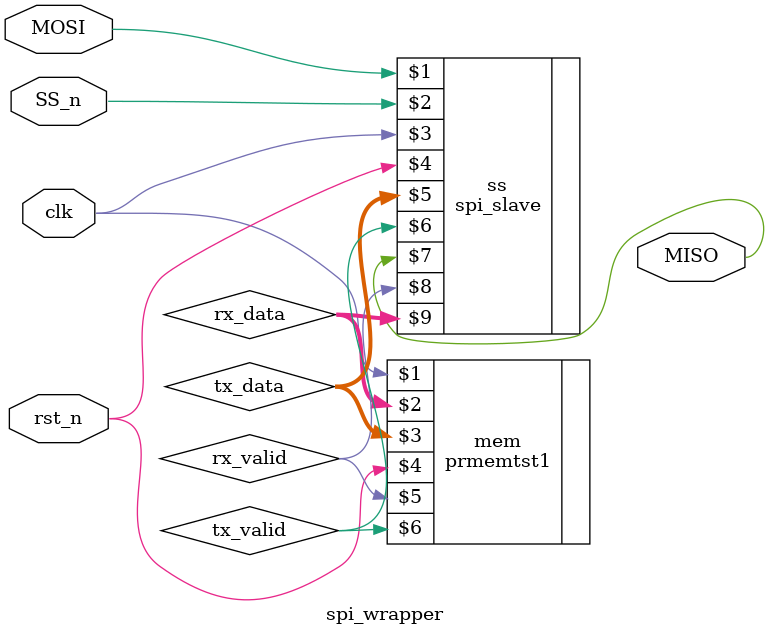
<source format=v>
module spi_wrapper(clk, rst_n, SS_n, MOSI, MISO);
    input clk, rst_n, SS_n, MOSI;
    output MISO;

    // internal wires
    wire [9:0] rx_data;
    wire rx_valid;
    wire [7:0] tx_data;
    wire tx_valid;

    spi_slave ss(MOSI, SS_n, clk, rst_n, tx_data, tx_valid, MISO, rx_valid, rx_data);
    prmemtst1 mem(clk, rx_data, tx_data, rst_n, rx_valid, tx_valid);

endmodule

</source>
